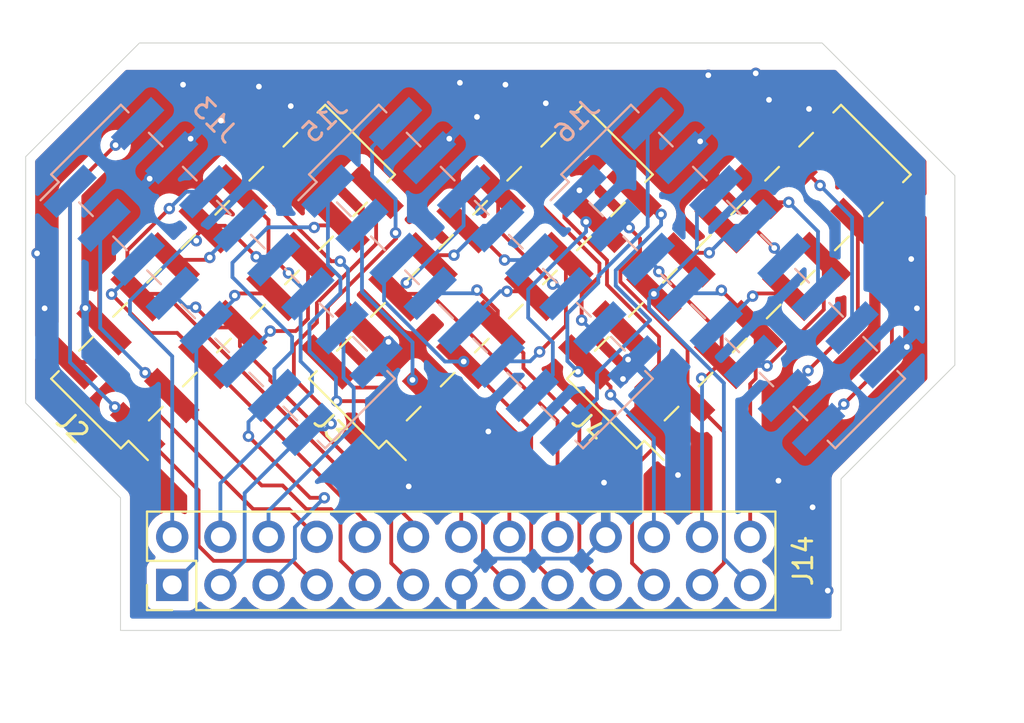
<source format=kicad_pcb>
(kicad_pcb (version 20240108) (generator "pcbnew") (generator_version "8.0")
  (layers (0 "F.Cu" signal) (31 "B.Cu" signal) (34 "B.Paste" user) (35 "F.Paste" user) (36 "B.SilkS" user "B.Silkscreen") (37 "F.SilkS" user "F.Silkscreen") (38 "B.Mask" user) (39 "F.Mask" user) (44 "Edge.Cuts" user))
  (net 0 "")
  (net 1 "GND")
  (net 2 "/D3_6")
  (net 3 "/D3_3")
  (net 4 "/D3_4")
  (net 5 "/D3_2")
  (net 6 "/D3_1")
  (net 7 "/D2_6")
  (net 8 "/D2_5")
  (net 9 "/D3_5")
  (net 10 "/D2_2")
  (net 11 "/D2_3")
  (net 12 "/D2_4")
  (net 13 "/D2_1")
  (net 14 "/CM_STB_N1")
  (net 15 "/D1_4")
  (net 16 "/D1_6")
  (net 17 "/D1_5")
  (net 18 "/CM_A_N5")
  (net 19 "/D1_1")
  (net 20 "/D1_3")
  (net 21 "/CM_C_P3")
  (net 22 "/CM_CLK_M3")
  (net 23 "/D1_2")
  (net 24 "/CM_E_N4")
  (net 25 "/CM_OE_M4")
  (net 26 "/CM_D_P4")
  (net 27 "/CM_B_N3")
  (net 28 "Net-(J15-Pin_15)")
  (net 29 "Net-(J15-Pin_10)")
  (net 30 "Net-(J15-Pin_13)")
  (net 31 "Net-(J15-Pin_14)")
  (net 32 "Net-(J15-Pin_12)")
  (net 33 "Net-(J15-Pin_9)")
  (net 34 "Net-(J15-Pin_11)")
  (net 35 "Net-(J15-Pin_8)")
  (net 36 "Net-(J16-Pin_13)")
  (net 37 "Net-(J16-Pin_15)")
  (net 38 "Net-(J16-Pin_11)")
  (net 39 "Net-(J16-Pin_10)")
  (net 40 "Net-(J16-Pin_9)")
  (net 41 "Net-(J16-Pin_14)")
  (net 42 "Net-(J16-Pin_8)")
  (net 43 "Net-(J16-Pin_12)")
  (footprint "Connector_PinHeader_2.54mm:PinHeader_2x08_P2.54mm_Vertical_SMD" (layer "F.Cu") (at 120.41 69.33 135)
    (property "Reference" "J2")
    (property "Value" "Conn_02x08_Odd_Even")
  )
  (footprint "Connector_PinHeader_2.54mm:PinHeader_2x13_P2.54mm_Vertical" (layer "F.Cu") (at 117.729 85.598 90)
    (property "Reference" "J14")
    (property "Value" "Conn_02x13_Odd_Even")
  )
  (footprint "Connector_PinHeader_2.54mm:PinHeader_2x08_P2.54mm_Vertical_SMD" (layer "F.Cu") (at 147.61 69.33 135)
    (property "Reference" "J4")
    (property "Value" "Conn_02x08_Odd_Even")
  )
  (footprint "Connector_PinHeader_2.54mm:PinHeader_2x08_P2.54mm_Vertical_SMD" (layer "F.Cu") (at 134.01 69.33 135)
    (property "Reference" "J3")
    (property "Value" "Conn_02x08_Odd_Even")
  )
  (footprint "Connector_PinSocket_2.54mm:PinSocket_2x08_P2.54mm_Vertical_SMD" (layer "B.Cu") (at 134.008088 69.32427 -135)
    (property "Reference" "J15")
    (property "Value" "Conn_02x08_Odd_Even")
  )
  (footprint "Connector_PinSocket_2.54mm:PinSocket_2x08_P2.54mm_Vertical_SMD" (layer "B.Cu") (at 147.308088 69.32427 -135)
    (property "Reference" "J16")
    (property "Value" "Conn_02x08_Odd_Even" (hide yes))
  )
  (footprint "Connector_PinSocket_2.54mm:PinSocket_2x08_P2.54mm_Vertical_SMD" (layer "B.Cu") (at 120.408088 69.32427 -135)
    (property "Reference" "J13")
    (property "Value" "Conn_02x08_Odd_Even")
  )
  (gr_poly (pts (xy 116 57) (xy 152 57) (xy 159 64) (xy 159 74) (xy 153 80) (xy 153 88) (xy 115 88) (xy 115 81) (xy 110 76) (xy 110 63)) (stroke (width 0.05)) (fill none) (layer "Edge.Cuts"))
  (segment (start 113.881316 71.781572) (end 113.881316 66.818684) (width 0.2) (layer "F.Cu") (net 1))
  (segment (start 114.134427 72.034683) (end 113.881316 71.781572) (width 0.2) (layer "F.Cu") (net 1))
  (segment (start 113.881316 66.818684) (end 116.54 64.16) (width 0.2) (layer "F.Cu") (net 1))
  (via (at 140.5 80.2) (size 0.6) (drill 0.3) (layers "F.Cu" "B.Cu") (net 1))
  (via (at 134.4 77.5) (size 0.6) (drill 0.3) (layers "F.Cu" "B.Cu") (net 1))
  (via (at 118.7 62.05) (size 0.6) (drill 0.3) (layers "F.Cu" "B.Cu") (net 1))
  (via (at 137.43 60.18) (size 0.6) (drill 0.3) (layers "F.Cu" "B.Cu") (net 1))
  (via (at 133.8 60.9) (size 0.6) (drill 0.3) (layers "F.Cu" "B.Cu") (net 1))
  (via (at 141.768814 73.704569) (size 0.6) (drill 0.3) (layers "F.Cu" "B.Cu") (net 1))
  (via (at 110.6 68.1) (size 0.6) (drill 0.3) (layers "F.Cu" "B.Cu") (net 1))
  (via (at 156.7 68.4) (size 0.6) (drill 0.3) (layers "F.Cu" "B.Cu") (net 1))
  (via (at 152.3 85.9) (size 0.6) (drill 0.3) (layers "F.Cu" "B.Cu") (net 1))
  (via (at 151.31 60.48) (size 0.6) (drill 0.3) (layers "F.Cu" "B.Cu") (net 1))
  (via (at 157 71) (size 0.6) (drill 0.3) (layers "F.Cu" "B.Cu") (net 1))
  (via (at 118.3 59.2) (size 0.6) (drill 0.3) (layers "F.Cu" "B.Cu") (net 1))
  (via (at 149.7 80.1) (size 0.6) (drill 0.3) (layers "F.Cu" "B.Cu") (net 1))
  (via (at 132.34 62.05) (size 0.6) (drill 0.3) (layers "F.Cu" "B.Cu") (net 1))
  (via (at 130.2 80.4) (size 0.6) (drill 0.3) (layers "F.Cu" "B.Cu") (net 1))
  (via (at 111 71) (size 0.6) (drill 0.3) (layers "F.Cu" "B.Cu") (net 1))
  (via (at 113.15 70.99) (size 0.6) (drill 0.3) (layers "F.Cu" "B.Cu") (net 1))
  (via (at 148.5 58.6) (size 0.6) (drill 0.3) (layers "F.Cu" "B.Cu") (net 1))
  (via (at 151.5 81.5) (size 0.6) (drill 0.3) (layers "F.Cu" "B.Cu") (net 1))
  (via (at 123.98 60.33) (size 0.6) (drill 0.3) (layers "F.Cu" "B.Cu") (net 1))
  (via (at 149.2 60) (size 0.6) (drill 0.3) (layers "F.Cu" "B.Cu") (net 1))
  (via (at 135.3 59.2) (size 0.6) (drill 0.3) (layers "F.Cu" "B.Cu") (net 1))
  (via (at 116.54 64.16) (size 0.6) (drill 0.3) (layers "F.Cu" "B.Cu") (net 1))
  (via (at 146 58.7) (size 0.6) (drill 0.3) (layers "F.Cu" "B.Cu") (net 1))
  (via (at 144.4 79.8) (size 0.6) (drill 0.3) (layers "F.Cu" "B.Cu") (net 1))
  (via (at 141.5 74.73) (size 0.6) (drill 0.3) (layers "F.Cu" "B.Cu") (net 1))
  (via (at 156.47 73.04) (size 0.6) (drill 0.3) (layers "F.Cu" "B.Cu") (net 1))
  (via (at 132.9 59.1) (size 0.6) (drill 0.3) (layers "F.Cu" "B.Cu") (net 1))
  (via (at 145.57 62.19) (size 0.6) (drill 0.3) (layers "F.Cu" "B.Cu") (net 1))
  (via (at 120.3 61.1) (size 0.6) (drill 0.3) (layers "F.Cu" "B.Cu") (net 1))
  (via (at 122.3 59.3) (size 0.6) (drill 0.3) (layers "F.Cu" "B.Cu") (net 1))
  (via (at 129.13 72.77) (size 0.6) (drill 0.3) (layers "F.Cu" "B.Cu") (net 1))
  (segment (start 116.54 64.16) (end 116.592102 64.16) (width 0.2) (layer "B.Cu") (net 1))
  (segment (start 134.359 84.208) (end 139.439 84.208) (width 0.2) (layer "B.Cu") (net 1))
  (segment (start 116.592102 64.16) (end 117.699869 63.052233) (width 0.2) (layer "B.Cu") (net 1))
  (segment (start 139.439 84.208) (end 140.589 83.058) (width 0.2) (layer "B.Cu") (net 1))
  (segment (start 132.969 85.598) (end 134.359 84.208) (width 0.2) (layer "B.Cu") (net 1))
  (segment (start 148.209 74.998838) (end 148.209 83.058) (width 0.2) (layer "F.Cu") (net 2))
  (segment (start 148.497419 71.857419) (end 146.69 70.05) (width 0.2) (layer "F.Cu") (net 2))
  (segment (start 148.497419 72.01347) (end 148.497419 74.710419) (width 0.2) (layer "F.Cu") (net 2))
  (segment (start 148.497419 72.01347) (end 148.497419 71.857419) (width 0.2) (layer "F.Cu") (net 2))
  (segment (start 148.497419 74.710419) (end 148.209 74.998838) (width 0.2) (layer "F.Cu") (net 2))
  (via (at 146.69 70.05) (size 0.6) (drill 0.3) (layers "F.Cu" "B.Cu") (net 2))
  (segment (start 146.531847 70.208153) (end 144.628153 70.208153) (width 0.2) (layer "B.Cu") (net 2))
  (segment (start 146.69 70.05) (end 146.531847 70.208153) (width 0.2) (layer "B.Cu") (net 2))
  (segment (start 142.4 67.32) (end 142.4 68) (width 0.2) (layer "F.Cu") (net 3))
  (segment (start 144.905317 73.144842) (end 144.905317 75.605573) (width 0.2) (layer "F.Cu") (net 3))
  (segment (start 146.819 77.519256) (end 144.905317 75.605573) (width 0.2) (layer "F.Cu") (net 3))
  (segment (start 141.363232 69.036768) (end 141.363232 69.602757) (width 0.2) (layer "F.Cu") (net 3))
  (segment (start 145.668999 85.598) (end 146.819 84.447999) (width 0.2) (layer "F.Cu") (net 3))
  (segment (start 141.826537 66.746537) (end 142.4 67.32) (width 0.2) (layer "F.Cu") (net 3))
  (segment (start 142.4 68) (end 141.363232 69.036768) (width 0.2) (layer "F.Cu") (net 3))
  (segment (start 146.819 84.447999) (end 146.819 77.519256) (width 0.2) (layer "F.Cu") (net 3))
  (segment (start 141.363232 69.602757) (end 144.905317 73.144842) (width 0.2) (layer "F.Cu") (net 3))
  (via (at 141.826537 66.746537) (size 0.6) (drill 0.3) (layers "F.Cu" "B.Cu") (net 3))
  (segment (start 141.166537 66.746537) (end 141.826537 66.746537) (width 0.2) (layer "B.Cu") (net 3))
  (segment (start 141.036051 66.616051) (end 141.166537 66.746537) (width 0.2) (layer "B.Cu") (net 3))
  (segment (start 145.819418 74.691471) (end 145.646646 74.691471) (width 0.2) (layer "F.Cu") (net 4))
  (segment (start 146.701368 73.809521) (end 146.701368 72.370606) (width 0.2) (layer "F.Cu") (net 4))
  (segment (start 146.701368 73.809521) (end 145.819418 74.691471) (width 0.2) (layer "F.Cu") (net 4))
  (segment (start 146.701368 72.370606) (end 143.390317 69.059555) (width 0.2) (layer "F.Cu") (net 4))
  (via (at 143.390317 69.059555) (size 0.6) (drill 0.3) (layers "F.Cu" "B.Cu") (net 4))
  (via (at 145.646646 74.691471) (size 0.6) (drill 0.3) (layers "F.Cu" "B.Cu") (net 4))
  (segment (start 143.390317 68.970317) (end 143.390317 69.059555) (width 0.2) (layer "B.Cu") (net 4))
  (segment (start 145.669 74.713825) (end 145.646646 74.691471) (width 0.2) (layer "B.Cu") (net 4))
  (segment (start 145.669 83.058) (end 145.669 74.713825) (width 0.2) (layer "B.Cu") (net 4))
  (segment (start 142.832102 68.412102) (end 143.390317 68.970317) (width 0.2) (layer "B.Cu") (net 4))
  (segment (start 140.843 75.565) (end 140.843 75.135359) (width 0.2) (layer "F.Cu") (net 5))
  (segment (start 140.843 75.135359) (end 139.538376 73.830735) (width 0.2) (layer "F.Cu") (net 5))
  (via (at 139.127798 74.344988) (size 0.6) (drill 0.3) (layers "F.Cu" "B.Cu") (net 5))
  (via (at 140.843 75.565) (size 0.6) (drill 0.3) (layers "F.Cu" "B.Cu") (net 5))
  (segment (start 143.129 83.058) (end 143.129 77.851) (width 0.2) (layer "B.Cu") (net 5))
  (segment (start 138.565911 71.285973) (end 140.198288 69.653596) (width 0.2) (layer "B.Cu") (net 5))
  (segment (start 143.129 77.851) (end 140.843 75.565) (width 0.2) (layer "B.Cu") (net 5))
  (segment (start 139.127798 74.344988) (end 138.565911 73.783101) (width 0.2) (layer "B.Cu") (net 5))
  (segment (start 138.565911 73.783101) (end 138.565911 71.285973) (width 0.2) (layer "B.Cu") (net 5))
  (segment (start 142.803818 66.688496) (end 142.803818 61.256182) (width 0.2) (layer "B.Cu") (net 5))
  (segment (start 140.198288 69.653596) (end 140.198288 69.294026) (width 0.2) (layer "B.Cu") (net 5))
  (segment (start 140.198288 69.294026) (end 142.803818 66.688496) (width 0.2) (layer "B.Cu") (net 5))
  (segment (start 143.4 74) (end 142.2 75.2) (width 0.2) (layer "F.Cu") (net 6))
  (segment (start 140.656768 69.756768) (end 143.4 72.5) (width 0.2) (layer "F.Cu") (net 6))
  (segment (start 140.656768 68.463082) (end 140.656768 69.756768) (width 0.2) (layer "F.Cu") (net 6))
  (segment (start 142.2 75.2) (end 142.2 76.492359) (width 0.2) (layer "F.Cu") (net 6))
  (segment (start 143.4 72.5) (end 143.4 74) (width 0.2) (layer "F.Cu") (net 6))
  (segment (start 142.2 76.492359) (end 143.109265 77.401624) (width 0.2) (layer "F.Cu") (net 6))
  (segment (start 143.109265 78.378735) (end 141.979 79.509) (width 0.2) (layer "F.Cu") (net 6))
  (segment (start 139.202874 64.776028) (end 138.41 65.568902) (width 0.2) (layer "F.Cu") (net 6))
  (segment (start 141.979 79.509) (end 141.979 84.448) (width 0.2) (layer "F.Cu") (net 6))
  (segment (start 143.109265 77.401624) (end 143.109265 78.378735) (width 0.2) (layer "F.Cu") (net 6))
  (segment (start 141.979 84.448) (end 143.129 85.598) (width 0.2) (layer "F.Cu") (net 6))
  (segment (start 138.41 66.216314) (end 140.656768 68.463082) (width 0.2) (layer "F.Cu") (net 6))
  (segment (start 138.41 65.568902) (end 138.41 66.216314) (width 0.2) (layer "F.Cu") (net 6))
  (via (at 139.202874 64.776028) (size 0.6) (drill 0.3) (layers "F.Cu" "B.Cu") (net 6))
  (segment (start 140.589 85.598) (end 139.199 84.208) (width 0.2) (layer "F.Cu") (net 7))
  (segment (start 139.199 84.208) (end 139.199 77.099) (width 0.2) (layer "F.Cu") (net 7))
  (segment (start 136.25 73.366051) (end 134.897419 72.01347) (width 0.2) (layer "F.Cu") (net 7))
  (segment (start 134.897419 72.01347) (end 134.897419 71.137419) (width 0.2) (layer "F.Cu") (net 7))
  (segment (start 139.199 77.099) (end 136.25 74.15) (width 0.2) (layer "F.Cu") (net 7))
  (segment (start 134.897419 71.137419) (end 133.8 70.04) (width 0.2) (layer "F.Cu") (net 7))
  (segment (start 136.25 74.15) (end 136.25 73.366051) (width 0.2) (layer "F.Cu") (net 7))
  (via (at 133.8 70.04) (size 0.6) (drill 0.3) (layers "F.Cu" "B.Cu") (net 7))
  (segment (start 133.631847 70.208153) (end 131.328153 70.208153) (width 0.2) (layer "B.Cu") (net 7))
  (segment (start 133.8 70.04) (end 133.631847 70.208153) (width 0.2) (layer "B.Cu") (net 7))
  (segment (start 129.530479 70.238632) (end 131.338632 70.238632) (width 0.2) (layer "F.Cu") (net 8))
  (segment (start 130.07 69.699111) (end 129.530479 70.238632) (width 0.2) (layer "F.Cu") (net 8))
  (segment (start 130.07 69.66) (end 130.07 69.699111) (width 0.2) (layer "F.Cu") (net 8))
  (segment (start 138.049 76.949) (end 138.049 83.058) (width 0.2) (layer "F.Cu") (net 8))
  (segment (start 131.338632 70.238632) (end 138.049 76.949) (width 0.2) (layer "F.Cu") (net 8))
  (via (at 130.07 69.66) (size 0.6) (drill 0.3) (layers "F.Cu" "B.Cu") (net 8))
  (segment (start 133.09592 64.848284) (end 133.09592 66.63408) (width 0.2) (layer "B.Cu") (net 8))
  (segment (start 133.09592 66.63408) (end 130.07 69.66) (width 0.2) (layer "B.Cu") (net 8))
  (via (at 143.130479 70.238632) (size 0.6) (drill 0.3) (layers "F.Cu" "B.Cu") (net 9))
  (segment (start 142.875 70.494111) (end 142.875 71.000586) (width 0.2) (layer "B.Cu") (net 9))
  (segment (start 148.209 85.598) (end 146.819 84.208) (width 0.2) (layer "B.Cu") (net 9))
  (segment (start 145.4 67.969111) (end 143.130479 70.238632) (width 0.2) (layer "B.Cu") (net 9))
  (segment (start 143.130479 70.238632) (end 142.875 70.494111) (width 0.2) (layer "B.Cu") (net 9))
  (segment (start 145.4 65.844204) (end 145.4 67.969111) (width 0.2) (layer "B.Cu") (net 9))
  (segment (start 146.819 84.208) (end 146.819 74.944586) (width 0.2) (layer "B.Cu") (net 9))
  (segment (start 146.39592 64.848284) (end 145.4 65.844204) (width 0.2) (layer "B.Cu") (net 9))
  (segment (start 146.819 74.944586) (end 146.506042 74.631628) (width 0.2) (layer "B.Cu") (net 9))
  (segment (start 142.875 71.000586) (end 146.819 74.944586) (width 0.2) (layer "B.Cu") (net 9))
  (segment (start 125.938376 70.911624) (end 125.938376 73.830735) (width 0.2) (layer "F.Cu") (net 10))
  (segment (start 134.119 84.207999) (end 134.119 80.144) (width 0.2) (layer "F.Cu") (net 10))
  (segment (start 129.54 67.31) (end 125.938376 70.911624) (width 0.2) (layer "F.Cu") (net 10))
  (segment (start 129.54 67.056) (end 129.54 67.31) (width 0.2) (layer "F.Cu") (net 10))
  (segment (start 134.119 80.144) (end 129.159 75.184) (width 0.2) (layer "F.Cu") (net 10))
  (segment (start 127.291641 75.184) (end 125.938376 73.830735) (width 0.2) (layer "F.Cu") (net 10))
  (segment (start 129.159 75.184) (end 127.291641 75.184) (width 0.2) (layer "F.Cu") (net 10))
  (segment (start 129.506995 67.022995) (end 129.54 67.056) (width 0.2) (layer "F.Cu") (net 10))
  (segment (start 135.509001 85.598) (end 134.119 84.207999) (width 0.2) (layer "F.Cu") (net 10))
  (via (at 129.506995 67.022995) (size 0.6) (drill 0.3) (layers "F.Cu" "B.Cu") (net 10))
  (segment (start 128.27 64.008) (end 129.506995 65.244995) (width 0.2) (layer "B.Cu") (net 10))
  (segment (start 129.503818 61.256182) (end 128.27 62.49) (width 0.2) (layer "B.Cu") (net 10))
  (segment (start 129.503818 67.019818) (end 129.506995 67.022995) (width 0.2) (layer "B.Cu") (net 10))
  (segment (start 128.27 62.49) (end 128.27 64.008) (width 0.2) (layer "B.Cu") (net 10))
  (segment (start 129.506995 65.244995) (end 129.506995 67.022995) (width 0.2) (layer "B.Cu") (net 10))
  (segment (start 131.305317 75.605573) (end 131.225573 75.605573) (width 0.2) (layer "F.Cu") (net 11))
  (segment (start 131.225573 75.605573) (end 130.4 74.78) (width 0.2) (layer "F.Cu") (net 11))
  (segment (start 135.509 83.058) (end 135.509 79.809256) (width 0.2) (layer "F.Cu") (net 11))
  (segment (start 135.509 79.809256) (end 131.305317 75.605573) (width 0.2) (layer "F.Cu") (net 11))
  (via (at 130.4 74.78) (size 0.6) (drill 0.3) (layers "F.Cu" "B.Cu") (net 11))
  (segment (start 127.736051 70.136051) (end 127.736051 66.616051) (width 0.2) (layer "B.Cu") (net 11))
  (segment (start 130.4 74.78) (end 130.4 72.8) (width 0.2) (layer "B.Cu") (net 11))
  (segment (start 130.4 72.8) (end 127.736051 70.136051) (width 0.2) (layer "B.Cu") (net 11))
  (segment (start 136.659 77.367153) (end 133.101368 73.809521) (width 0.2) (layer "F.Cu") (net 12))
  (segment (start 136.659 84.208) (end 136.659 77.367153) (width 0.2) (layer "F.Cu") (net 12))
  (segment (start 138.049 85.598) (end 136.659 84.208) (width 0.2) (layer "F.Cu") (net 12))
  (via (at 133.101368 73.809521) (size 0.6) (drill 0.3) (layers "F.Cu" "B.Cu") (net 12))
  (segment (start 129.532102 68.412102) (end 128.9 69.044204) (width 0.2) (layer "B.Cu") (net 12))
  (segment (start 132.109521 73.809521) (end 133.101368 73.809521) (width 0.2) (layer "B.Cu") (net 12))
  (segment (start 128.9 70.6) (end 132.109521 73.809521) (width 0.2) (layer "B.Cu") (net 12))
  (segment (start 128.9 69.044204) (end 128.9 70.6) (width 0.2) (layer "B.Cu") (net 12))
  (segment (start 132.969 83.058) (end 132.969 80.861359) (width 0.2) (layer "F.Cu") (net 13))
  (segment (start 129.509265 77.401624) (end 129.401624 77.401624) (width 0.2) (layer "F.Cu") (net 13))
  (segment (start 127.9 75.9) (end 126.4 75.9) (width 0.2) (layer "F.Cu") (net 13))
  (segment (start 129.798376 77.401624) (end 129.8 77.4) (width 0.2) (layer "F.Cu") (net 13))
  (segment (start 129.401624 77.401624) (end 127.9 75.9) (width 0.2) (layer "F.Cu") (net 13))
  (segment (start 132.969 80.861359) (end 129.509265 77.401624) (width 0.2) (layer "F.Cu") (net 13))
  (segment (start 129.509265 77.401624) (end 129.798376 77.401624) (width 0.2) (layer "F.Cu") (net 13))
  (via (at 126.4 75.9) (size 0.6) (drill 0.3) (layers "F.Cu" "B.Cu") (net 13))
  (segment (start 125.94 68.715939) (end 126.598288 69.374227) (width 0.2) (layer "B.Cu") (net 13))
  (segment (start 124.965911 71.834089) (end 124.965911 73.265911) (width 0.2) (layer "B.Cu") (net 13))
  (segment (start 124.965911 73.265911) (end 126.361962 74.661962) (width 0.2) (layer "B.Cu") (net 13))
  (segment (start 126.598288 70.201712) (end 124.965911 71.834089) (width 0.2) (layer "B.Cu") (net 13))
  (segment (start 126.361962 74.661962) (end 126.361962 75.861962) (width 0.2) (layer "B.Cu") (net 13))
  (segment (start 126.361962 75.861962) (end 126.4 75.9) (width 0.2) (layer "B.Cu") (net 13))
  (segment (start 126.598288 69.374227) (end 126.598288 70.201712) (width 0.2) (layer "B.Cu") (net 13))
  (segment (start 125.94 64.82) (end 125.94 68.715939) (width 0.2) (layer "B.Cu") (net 13))
  (segment (start 126.115767 68.516242) (end 126.588832 68.516242) (width 0.2) (layer "F.Cu") (net 14))
  (segment (start 123.114683 65.515158) (end 126.115767 68.516242) (width 0.2) (layer "F.Cu") (net 14))
  (segment (start 123.114683 63.054427) (end 123.114683 65.515158) (width 0.2) (layer "F.Cu") (net 14))
  (via (at 126.588832 68.516242) (size 0.6) (drill 0.3) (layers "F.Cu" "B.Cu") (net 14))
  (segment (start 126.998288 68.925698) (end 126.588832 68.516242) (width 0.2) (layer "B.Cu") (net 14))
  (segment (start 126.761962 72.114326) (end 126.680125 72.032489) (width 0.2) (layer "B.Cu") (net 14))
  (segment (start 122.809 81.691) (end 127.3 77.2) (width 0.2) (layer "B.Cu") (net 14))
  (segment (start 122.809 83.058) (end 122.809 81.691) (width 0.2) (layer "B.Cu") (net 14))
  (segment (start 126.761962 74.659912) (end 126.761962 72.114326) (width 0.2) (layer "B.Cu") (net 14))
  (segment (start 127.3 75.19795) (end 127.3 77.2) (width 0.2) (layer "B.Cu") (net 14))
  (segment (start 126.998288 71.714326) (end 126.998288 68.925698) (width 0.2) (layer "B.Cu") (net 14))
  (segment (start 126.680125 72.032489) (end 126.998288 71.714326) (width 0.2) (layer "B.Cu") (net 14))
  (segment (start 126.761962 74.659912) (end 127.3 75.19795) (width 0.2) (layer "B.Cu") (net 14))
  (segment (start 119.509521 73.809521) (end 127.889 82.189) (width 0.2) (layer "F.Cu") (net 15))
  (segment (start 127.889 82.189) (end 127.889 83.058) (width 0.2) (layer "F.Cu") (net 15))
  (segment (start 119.501368 73.809521) (end 119.509521 73.809521) (width 0.2) (layer "F.Cu") (net 15))
  (segment (start 119.501368 73.809521) (end 117.991847 72.3) (width 0.2) (layer "F.Cu") (net 15))
  (segment (start 116.577632 72.3) (end 114.531316 70.253684) (width 0.2) (layer "F.Cu") (net 15))
  (segment (start 117.991847 72.3) (end 116.577632 72.3) (width 0.2) (layer "F.Cu") (net 15))
  (via (at 114.531316 70.253684) (size 0.6) (drill 0.3) (layers "F.Cu" "B.Cu") (net 15))
  (segment (start 114.531316 70.253684) (end 115.932102 68.852898) (width 0.2) (layer "B.Cu") (net 15))
  (segment (start 115.932102 68.852898) (end 115.932102 68.412102) (width 0.2) (layer "B.Cu") (net 15))
  (segment (start 121.297419 72.01347) (end 121.297419 72.997419) (width 0.2) (layer "F.Cu") (net 16))
  (segment (start 121.297419 72.01347) (end 120.032709 72.01347) (width 0.2) (layer "F.Cu") (net 16))
  (segment (start 121.297419 72.997419) (end 122.9 74.6) (width 0.2) (layer "F.Cu") (net 16))
  (segment (start 122.9 74.8) (end 130.429 82.329) (width 0.2) (layer "F.Cu") (net 16))
  (segment (start 130.429 82.329) (end 130.429 83.058) (width 0.2) (layer "F.Cu") (net 16))
  (segment (start 122.9 74.6) (end 122.9 74.8) (width 0.2) (layer "F.Cu") (net 16))
  (segment (start 120.032709 72.01347) (end 118.96404 70.944801) (width 0.2) (layer "F.Cu") (net 16))
  (via (at 118.96404 70.944801) (size 0.6) (drill 0.3) (layers "F.Cu" "B.Cu") (net 16))
  (segment (start 117.728153 70.208153) (end 118.464801 70.944801) (width 0.2) (layer "B.Cu") (net 16))
  (segment (start 118.464801 70.944801) (end 118.96404 70.944801) (width 0.2) (layer "B.Cu") (net 16))
  (segment (start 115.364794 69.672947) (end 115.930479 70.238632) (width 0.2) (layer "F.Cu") (net 17))
  (segment (start 129.279 82.179) (end 117.338632 70.238632) (width 0.2) (layer "F.Cu") (net 17))
  (segment (start 130.429 85.598) (end 129.279 84.448) (width 0.2) (layer "F.Cu") (net 17))
  (segment (start 117.577436 65.739374) (end 115.364794 67.952016) (width 0.2) (layer "F.Cu") (net 17))
  (segment (start 117.338632 70.238632) (end 115.930479 70.238632) (width 0.2) (layer "F.Cu") (net 17))
  (segment (start 115.364794 67.952016) (end 115.364794 69.672947) (width 0.2) (layer "F.Cu") (net 17))
  (segment (start 129.279 84.448) (end 129.279 82.179) (width 0.2) (layer "F.Cu") (net 17))
  (via (at 117.577436 65.739374) (size 0.6) (drill 0.3) (layers "F.Cu" "B.Cu") (net 17))
  (segment (start 119.49592 64.848284) (end 118.468526 64.848284) (width 0.2) (layer "B.Cu") (net 17))
  (segment (start 118.468526 64.848284) (end 117.577436 65.739374) (width 0.2) (layer "B.Cu") (net 17))
  (segment (start 121.132581 70.217419) (end 121.024082 70.325918) (width 0.2) (layer "F.Cu") (net 18))
  (segment (start 123.09347 70.217419) (end 121.132581 70.217419) (width 0.2) (layer "F.Cu") (net 18))
  (via (at 121.024082 70.325918) (size 0.6) (drill 0.3) (layers "F.Cu" "B.Cu") (net 18))
  (segment (start 118.999 84.328) (end 118.999 72.52941) (width 0.2) (layer "B.Cu") (net 18))
  (segment (start 121.024082 70.504328) (end 119.524205 72.004205) (width 0.2) (layer "B.Cu") (net 18))
  (segment (start 117.729 85.598) (end 118.999 84.328) (width 0.2) (layer "B.Cu") (net 18))
  (segment (start 121.024082 70.325918) (end 121.024082 70.504328) (width 0.2) (layer "B.Cu") (net 18))
  (segment (start 118.999 72.52941) (end 119.524205 72.004205) (width 0.2) (layer "B.Cu") (net 18))
  (segment (start 114.717641 76.21) (end 115.909265 77.401624) (width 0.2) (layer "F.Cu") (net 19))
  (segment (start 119.912654 84.328) (end 124.079 84.328) (width 0.2) (layer "F.Cu") (net 19))
  (segment (start 115.909265 77.401624) (end 119.119 80.611359) (width 0.2) (layer "F.Cu") (net 19))
  (segment (start 124.079 84.328) (end 125.349 85.598) (width 0.2) (layer "F.Cu") (net 19))
  (segment (start 114.7 76.21) (end 114.717641 76.21) (width 0.2) (layer "F.Cu") (net 19))
  (segment (start 119.119 83.534346) (end 119.912654 84.328) (width 0.2) (layer "F.Cu") (net 19))
  (segment (start 119.119 80.611359) (end 119.119 83.534346) (width 0.2) (layer "F.Cu") (net 19))
  (via (at 114.7 76.21) (size 0.6) (drill 0.3) (layers "F.Cu" "B.Cu") (net 19))
  (segment (start 112.34 64.82) (end 112.34 73.85) (width 0.2) (layer "B.Cu") (net 19))
  (segment (start 112.34 73.85) (end 114.7 76.21) (width 0.2) (layer "B.Cu") (net 19))
  (segment (start 116.499744 74.4) (end 117.705317 75.605573) (width 0.2) (layer "F.Cu") (net 20))
  (segment (start 126.6 84.309) (end 127.889 85.598) (width 0.2) (layer "F.Cu") (net 20))
  (segment (start 122.45 80.35) (end 123.55 80.35) (width 0.2) (layer "F.Cu") (net 20))
  (segment (start 126.6 82.1) (end 126.6 84.309) (width 0.2) (layer "F.Cu") (net 20))
  (segment (start 126.1 81.6) (end 126.6 82.1) (width 0.2) (layer "F.Cu") (net 20))
  (segment (start 124.8 81.6) (end 126.1 81.6) (width 0.2) (layer "F.Cu") (net 20))
  (segment (start 116.3 74.4) (end 116.499744 74.4) (width 0.2) (layer "F.Cu") (net 20))
  (segment (start 117.705573 75.605573) (end 122.45 80.35) (width 0.2) (layer "F.Cu") (net 20))
  (segment (start 117.705317 75.605573) (end 117.705573 75.605573) (width 0.2) (layer "F.Cu") (net 20))
  (segment (start 123.55 80.35) (end 124.8 81.6) (width 0.2) (layer "F.Cu") (net 20))
  (via (at 116.3 74.4) (size 0.6) (drill 0.3) (layers "F.Cu" "B.Cu") (net 20))
  (segment (start 113.931316 66.820786) (end 113.931316 72.031316) (width 0.2) (layer "B.Cu") (net 20))
  (segment (start 114.136051 66.616051) (end 113.931316 66.820786) (width 0.2) (layer "B.Cu") (net 20))
  (segment (start 113.931316 72.031316) (end 116.3 74.4) (width 0.2) (layer "B.Cu") (net 20))
  (segment (start 122.899082 72.200918) (end 124.241556 72.200918) (width 0.2) (layer "F.Cu") (net 21))
  (segment (start 124.889521 68.421368) (end 124.889521 71.552953) (width 0.2) (layer "F.Cu") (net 21))
  (segment (start 124.241556 72.200918) (end 124.889521 71.552953) (width 0.2) (layer "F.Cu") (net 21))
  (segment (start 124.889521 71.552953) (end 124.721237 71.721237) (width 0.2) (layer "F.Cu") (net 21))
  (via (at 122.899082 72.200918) (size 0.6) (drill 0.3) (layers "F.Cu" "B.Cu") (net 21))
  (segment (start 121.320256 73.800256) (end 122.899082 72.22143) (width 0.2) (layer "B.Cu") (net 21))
  (segment (start 122.899082 72.22143) (end 122.899082 72.200918) (width 0.2) (layer "B.Cu") (net 21))
  (segment (start 126.685573 66.625317) (end 125.324142 66.625317) (width 0.2) (layer "F.Cu") (net 22))
  (segment (start 125 81) (end 125.75 81) (width 0.2) (layer "F.Cu") (net 22))
  (segment (start 125.324142 66.625317) (end 125.215546 66.733913) (width 0.2) (layer "F.Cu") (net 22))
  (segment (start 122.808999 85.808999) (end 123 86) (width 0.2) (layer "F.Cu") (net 22))
  (segment (start 121.75 77.75) (end 125 81) (width 0.2) (layer "F.Cu") (net 22))
  (segment (start 122.808999 85.598) (end 122.808999 85.808999) (width 0.2) (layer "F.Cu") (net 22))
  (via (at 121.75 77.75) (size 0.6) (drill 0.3) (layers "F.Cu" "B.Cu") (net 22))
  (via (at 125.75 81) (size 0.6) (drill 0.3) (layers "F.Cu" "B.Cu") (net 22))
  (via (at 125.215546 66.733913) (size 0.6) (drill 0.3) (layers "F.Cu" "B.Cu") (net 22))
  (segment (start 122.808999 85.598) (end 124.199 84.207999) (width 0.2) (layer "B.Cu") (net 22))
  (segment (start 125.207806 66.726173) (end 122.775298 66.726173) (width 0.2) (layer "B.Cu") (net 22))
  (segment (start 124.05 72.503307) (end 124.05 73.269239) (width 0.2) (layer "B.Cu") (net 22))
  (segment (start 124.199 84.207999) (end 124.199 82.551) (width 0.2) (layer "B.Cu") (net 22))
  (segment (start 125.215546 66.733913) (end 125.207806 66.726173) (width 0.2) (layer "B.Cu") (net 22))
  (segment (start 124.05 73.269239) (end 123.116307 74.202932) (width 0.2) (layer "B.Cu") (net 22))
  (segment (start 123.116307 74.202932) (end 123.116307 75.596307) (width 0.2) (layer "B.Cu") (net 22))
  (segment (start 122.775298 66.726173) (end 120.904 68.597471) (width 0.2) (layer "B.Cu") (net 22))
  (segment (start 121.75 77.75) (end 121.75 77) (width 0.2) (layer "B.Cu") (net 22))
  (segment (start 124.199 82.551) (end 125.75 81) (width 0.2) (layer "B.Cu") (net 22))
  (segment (start 120.904 68.597471) (end 120.904 69.357307) (width 0.2) (layer "B.Cu") (net 22))
  (segment (start 120.904 69.357307) (end 124.05 72.503307) (width 0.2) (layer "B.Cu") (net 22))
  (segment (start 123.116307 75.633693) (end 123.116307 75.596307) (width 0.2) (layer "B.Cu") (net 22))
  (segment (start 121.75 77) (end 123.116307 75.633693) (width 0.2) (layer "B.Cu") (net 22))
  (segment (start 122 81.6) (end 123.891 81.6) (width 0.2) (layer "F.Cu") (net 23))
  (segment (start 114.230735 73.830735) (end 122 81.6) (width 0.2) (layer "F.Cu") (net 23))
  (segment (start 112.338376 64.791624) (end 114.74 62.39) (width 0.2) (layer "F.Cu") (net 23))
  (segment (start 123.891 81.6) (end 125.349 83.058) (width 0.2) (layer "F.Cu") (net 23))
  (segment (start 112.338376 73.830735) (end 112.338376 64.791624) (width 0.2) (layer "F.Cu") (net 23))
  (segment (start 112.338376 73.830735) (end 114.230735 73.830735) (width 0.2) (layer "F.Cu") (net 23))
  (via (at 114.74 62.39) (size 0.6) (drill 0.3) (layers "F.Cu" "B.Cu") (net 23))
  (segment (start 114.74 62.39) (end 114.77 62.39) (width 0.2) (layer "B.Cu") (net 23))
  (segment (start 114.77 62.39) (end 115.903818 61.256182) (width 0.2) (layer "B.Cu") (net 23))
  (segment (start 117.72653 68.442581) (end 119.587419 68.442581) (width 0.2) (layer "F.Cu") (net 24))
  (segment (start 119.587419 68.442581) (end 119.71 68.32) (width 0.2) (layer "F.Cu") (net 24))
  (via (at 119.71 68.32) (size 0.6) (drill 0.3) (layers "F.Cu" "B.Cu") (net 24))
  (segment (start 119.71 68.32) (end 119.71 68.226306) (width 0.2) (layer "B.Cu") (net 24))
  (segment (start 119.71 68.226306) (end 121.291971 66.644335) (width 0.2) (layer "B.Cu") (net 24))
  (segment (start 125.36 71.757459) (end 124.144452 72.973007) (width 0.2) (layer "F.Cu") (net 25))
  (segment (start 124.144452 72.973007) (end 124.144452 74.7) (width 0.2) (layer "F.Cu") (net 25))
  (segment (start 126.107891 76.663439) (end 124.144452 74.7) (width 0.2) (layer "F.Cu") (net 25))
  (segment (start 125.36 70.728) (end 125.36 71.757459) (width 0.2) (layer "F.Cu") (net 25))
  (segment (start 126.107891 77.088651) (end 126.107891 76.663439) (width 0.2) (layer "F.Cu") (net 25))
  (segment (start 128.481624 67.606376) (end 125.36 70.728) (width 0.2) (layer "F.Cu") (net 25))
  (segment (start 128.481624 64.829265) (end 128.481624 67.606376) (width 0.2) (layer "F.Cu") (net 25))
  (via (at 126.107891 77.088651) (size 0.6) (drill 0.3) (layers "F.Cu" "B.Cu") (net 25))
  (segment (start 121.55 84.317) (end 120.269 85.598) (width 0.2) (layer "B.Cu") (net 25))
  (segment (start 124.912358 77.392358) (end 125.804184 77.392358) (width 0.2) (layer "B.Cu") (net 25))
  (segment (start 124.912358 77.392358) (end 124.907642 77.392358) (width 0.2) (layer "B.Cu") (net 25))
  (segment (start 121.55 80.75) (end 121.55 84.317) (width 0.2) (layer "B.Cu") (net 25))
  (segment (start 124.912358 77.392358) (end 124.912358 76.906358) (width 0.2) (layer "B.Cu") (net 25))
  (segment (start 125.804184 77.392358) (end 126.107891 77.088651) (width 0.2) (layer "B.Cu") (net 25))
  (segment (start 124.907642 77.392358) (end 121.55 80.75) (width 0.2) (layer "B.Cu") (net 25))
  (segment (start 123.86 69.14) (end 122.807511 68.087511) (width 0.2) (layer "F.Cu") (net 26))
  (segment (start 122.807511 66.339358) (end 121.318632 64.850479) (width 0.2) (layer "F.Cu") (net 26))
  (segment (start 122.807511 68.087511) (end 122.807511 66.339358) (width 0.2) (layer "F.Cu") (net 26))
  (via (at 123.86 69.14) (size 0.6) (drill 0.3) (layers "F.Cu" "B.Cu") (net 26))
  (segment (start 124.5 70.620512) (end 124.5 73.8) (width 0.2) (layer "B.Cu") (net 26))
  (segment (start 124.149511 69.501875) (end 124.884074 70.236438) (width 0.2) (layer "B.Cu") (net 26))
  (segment (start 124.5 73.8) (end 125.1 74.4) (width 0.2) (layer "B.Cu") (net 26))
  (segment (start 125.1 74.4) (end 125.1 75.4) (width 0.2) (layer "B.Cu") (net 26))
  (segment (start 123.86 69.14) (end 124.149511 69.501875) (width 0.2) (layer "B.Cu") (net 26))
  (segment (start 125.1 75.4) (end 120.269 80.231) (width 0.2) (layer "B.Cu") (net 26))
  (segment (start 120.269 80.231) (end 120.269 83.058) (width 0.2) (layer "B.Cu") (net 26))
  (segment (start 124.884074 70.236438) (end 124.5 70.620512) (width 0.2) (layer "B.Cu") (net 26))
  (segment (start 118.999 67.437) (end 118.999 67.170111) (width 0.2) (layer "F.Cu") (net 27))
  (segment (start 118.999 67.170111) (end 119.522581 66.64653) (width 0.2) (layer "F.Cu") (net 27))
  (segment (start 120.521938 66.64653) (end 122.157511 68.282103) (width 0.2) (layer "F.Cu") (net 27))
  (segment (start 119.522581 66.64653) (end 120.521938 66.64653) (width 0.2) (layer "F.Cu") (net 27))
  (via (at 118.999 67.437) (size 0.6) (drill 0.3) (layers "F.Cu" "B.Cu") (net 27))
  (via (at 122.157511 68.282103) (size 0.6) (drill 0.3) (layers "F.Cu" "B.Cu") (net 27))
  (segment (start 118.999 67.437) (end 118.663 67.437) (width 0.2) (layer "B.Cu") (net 27))
  (segment (start 118.663 67.437) (end 115.5 70.6) (width 0.2) (layer "B.Cu") (net 27))
  (segment (start 115.5 71.304) (end 117.729 73.533) (width 0.2) (layer "B.Cu") (net 27))
  (segment (start 117.729 73.533) (end 117.729 83.058) (width 0.2) (layer "B.Cu") (net 27))
  (segment (start 122.929739 68.282103) (end 123.088023 68.440387) (width 0.2) (layer "B.Cu") (net 27))
  (segment (start 122.157511 68.282103) (end 122.929739 68.282103) (width 0.2) (layer "B.Cu") (net 27))
  (segment (start 115.5 70.6) (end 115.5 71.304) (width 0.2) (layer "B.Cu") (net 27))
  (segment (start 143.292359 66.04) (end 142.081624 64.829265) (width 0.2) (layer "F.Cu") (net 28))
  (segment (start 143.51 66.04) (end 143.292359 66.04) (width 0.2) (layer "F.Cu") (net 28))
  (via (at 143.51 66.04) (size 0.6) (drill 0.3) (layers "F.Cu" "B.Cu") (net 28))
  (segment (start 140.128097 75.776619) (end 140.128097 74.426047) (width 0.2) (layer "B.Cu") (net 28))
  (segment (start 140.128097 74.426047) (end 142.931436 71.622708) (width 0.2) (layer "B.Cu") (net 28))
  (segment (start 143.51 66.602832) (end 143.51 66.04) (width 0.2) (layer "B.Cu") (net 28))
  (segment (start 141.117888 68.994944) (end 143.51 66.602832) (width 0.2) (layer "B.Cu") (net 28))
  (segment (start 142.931436 71.622708) (end 141.117888 69.80916) (width 0.2) (layer "B.Cu") (net 28))
  (segment (start 138.512358 77.392358) (end 140.128097 75.776619) (width 0.2) (layer "B.Cu") (net 28))
  (segment (start 141.117888 69.80916) (end 141.117888 68.994944) (width 0.2) (layer "B.Cu") (net 28))
  (segment (start 133.122581 66.64653) (end 133.44853 66.64653) (width 0.2) (layer "F.Cu") (net 29))
  (segment (start 133.44853 66.64653) (end 135.255 68.453) (width 0.2) (layer "F.Cu") (net 29))
  (via (at 135.255 68.453) (size 0.6) (drill 0.3) (layers "F.Cu" "B.Cu") (net 29))
  (segment (start 135.255 68.453) (end 136.67541 68.453) (width 0.2) (layer "B.Cu") (net 29))
  (segment (start 136.67541 68.453) (end 136.688023 68.440387) (width 0.2) (layer "B.Cu") (net 29))
  (segment (start 139.738243 66.625317) (end 139.553463 66.440537) (width 0.2) (layer "F.Cu") (net 30))
  (segment (start 140.285573 66.625317) (end 139.738243 66.625317) (width 0.2) (layer "F.Cu") (net 30))
  (via (at 139.553463 66.440537) (size 0.6) (drill 0.3) (layers "F.Cu" "B.Cu") (net 30))
  (segment (start 139.553463 66.956123) (end 139.553463 66.440537) (width 0.2) (layer "B.Cu") (net 30))
  (segment (start 136.5 70.009586) (end 139.553463 66.956123) (width 0.2) (layer "B.Cu") (net 30))
  (segment (start 136.716307 75.596307) (end 137.8 74.512614) (width 0.2) (layer "B.Cu") (net 30))
  (segment (start 137.8 72.8) (end 136.5 71.5) (width 0.2) (layer "B.Cu") (net 30))
  (segment (start 137.8 74.512614) (end 137.8 72.8) (width 0.2) (layer "B.Cu") (net 30))
  (segment (start 136.5 71.5) (end 136.5 70.009586) (width 0.2) (layer "B.Cu") (net 30))
  (segment (start 140.256768 69.305773) (end 140.256768 68.628768) (width 0.2) (layer "F.Cu") (net 31))
  (segment (start 139.319 70.243541) (end 140.256768 69.305773) (width 0.2) (layer "F.Cu") (net 31))
  (segment (start 140.256768 68.628768) (end 136.714683 65.086683) (width 0.2) (layer "F.Cu") (net 31))
  (segment (start 139.319 71.628) (end 139.319 70.243541) (width 0.2) (layer "F.Cu") (net 31))
  (segment (start 136.714683 65.086683) (end 136.714683 63.054427) (width 0.2) (layer "F.Cu") (net 31))
  (via (at 139.319 71.628) (size 0.6) (drill 0.3) (layers "F.Cu" "B.Cu") (net 31))
  (segment (start 140.280125 72.032489) (end 139.723489 72.032489) (width 0.2) (layer "B.Cu") (net 31))
  (segment (start 139.723489 72.032489) (end 139.319 71.628) (width 0.2) (layer "B.Cu") (net 31))
  (segment (start 134.918632 64.850479) (end 134.918632 66.846632) (width 0.2) (layer "F.Cu") (net 32))
  (segment (start 134.918632 66.846632) (end 137.795 69.723) (width 0.2) (layer "F.Cu") (net 32))
  (via (at 137.795 69.723) (size 0.6) (drill 0.3) (layers "F.Cu" "B.Cu") (net 32))
  (segment (start 137.795 69.723) (end 137.970636 69.723) (width 0.2) (layer "B.Cu") (net 32))
  (segment (start 137.970636 69.723) (end 138.484074 70.236438) (width 0.2) (layer "B.Cu") (net 32))
  (segment (start 136.580051 70.104) (end 136.69347 70.217419) (width 0.2) (layer "F.Cu") (net 33))
  (segment (start 135.382 70.104) (end 136.580051 70.104) (width 0.2) (layer "F.Cu") (net 33))
  (via (at 135.382 70.104) (size 0.6) (drill 0.3) (layers "F.Cu" "B.Cu") (net 33))
  (segment (start 133.124205 72.004205) (end 135.02441 70.104) (width 0.2) (layer "B.Cu") (net 33))
  (segment (start 135.02441 70.104) (end 135.382 70.104) (width 0.2) (layer "B.Cu") (net 33))
  (segment (start 138.489521 71.910479) (end 137.101594 73.298406) (width 0.2) (layer "F.Cu") (net 34))
  (segment (start 138.489521 71.3) (end 138.489521 68.421368) (width 0.2) (layer "F.Cu") (net 34))
  (segment (start 138.489521 71.3) (end 138.489521 71.910479) (width 0.2) (layer "F.Cu") (net 34))
  (via (at 137.101594 73.298406) (size 0.6) (drill 0.3) (layers "F.Cu" "B.Cu") (net 34))
  (segment (start 136.599744 73.800256) (end 137.101594 73.298406) (width 0.2) (layer "B.Cu") (net 34))
  (segment (start 135.161 74.041) (end 134.920256 73.800256) (width 0.2) (layer "B.Cu") (net 34))
  (segment (start 134.920256 73.800256) (end 136.599744 73.800256) (width 0.2) (layer "B.Cu") (net 34))
  (segment (start 132.588 68.199) (end 131.570111 68.199) (width 0.2) (layer "F.Cu") (net 35))
  (segment (start 131.570111 68.199) (end 131.32653 68.442581) (width 0.2) (layer "F.Cu") (net 35))
  (via (at 132.588 68.199) (size 0.6) (drill 0.3) (layers "F.Cu" "B.Cu") (net 35))
  (segment (start 134.891971 66.644335) (end 134.142665 66.644335) (width 0.2) (layer "B.Cu") (net 35))
  (segment (start 134.142665 66.644335) (end 132.588 68.199) (width 0.2) (layer "B.Cu") (net 35))
  (segment (start 153.885573 71.666427) (end 151.257 74.295) (width 0.2) (layer "F.Cu") (net 36))
  (segment (start 153.885573 66.625317) (end 153.885573 71.666427) (width 0.2) (layer "F.Cu") (net 36))
  (via (at 151.257 74.295) (size 0.6) (drill 0.3) (layers "F.Cu" "B.Cu") (net 36))
  (segment (start 151.257 74.295) (end 151.257 74.355614) (width 0.2) (layer "B.Cu") (net 36))
  (segment (start 151.257 74.355614) (end 150.016307 75.596307) (width 0.2) (layer "B.Cu") (net 36))
  (segment (start 155.681624 73.523092) (end 155.681624 64.829265) (width 0.2) (layer "F.Cu") (net 37))
  (segment (start 153.146858 76.057858) (end 155.681624 73.523092) (width 0.2) (layer "F.Cu") (net 37))
  (via (at 153.146858 76.057858) (size 0.6) (drill 0.3) (layers "F.Cu" "B.Cu") (net 37))
  (segment (start 151.812358 77.392358) (end 153.146858 76.057858) (width 0.2) (layer "B.Cu") (net 37))
  (segment (start 149.121541 74.041) (end 149.098 74.041) (width 0.2) (layer "F.Cu") (net 38))
  (segment (start 152.089521 71.07302) (end 149.121541 74.041) (width 0.2) (layer "F.Cu") (net 38))
  (segment (start 152.089521 68.421368) (end 152.089521 71.07302) (width 0.2) (layer "F.Cu") (net 38))
  (via (at 149.098 74.041) (size 0.6) (drill 0.3) (layers "F.Cu" "B.Cu") (net 38))
  (segment (start 148.461 74.041) (end 148.220256 73.800256) (width 0.2) (layer "B.Cu") (net 38))
  (segment (start 149.098 74.041) (end 148.461 74.041) (width 0.2) (layer "B.Cu") (net 38))
  (segment (start 148.30753 66.64653) (end 149.479 67.818) (width 0.2) (layer "F.Cu") (net 39))
  (segment (start 146.722581 66.64653) (end 148.30753 66.64653) (width 0.2) (layer "F.Cu") (net 39))
  (via (at 149.479 67.818) (size 0.6) (drill 0.3) (layers "F.Cu" "B.Cu") (net 39))
  (segment (start 149.479 67.931364) (end 149.988023 68.440387) (width 0.2) (layer "B.Cu") (net 39))
  (segment (start 149.479 67.818) (end 149.479 67.931364) (width 0.2) (layer "B.Cu") (net 39))
  (segment (start 150.29347 70.217419) (end 148.476581 70.217419) (width 0.2) (layer "F.Cu") (net 40))
  (segment (start 148.476581 70.217419) (end 148.336 70.358) (width 0.2) (layer "F.Cu") (net 40))
  (via (at 148.336 70.358) (size 0.6) (drill 0.3) (layers "F.Cu" "B.Cu") (net 40))
  (segment (start 146.689795 72.004205) (end 146.424205 72.004205) (width 0.2) (layer "B.Cu") (net 40))
  (segment (start 148.336 70.358) (end 146.689795 72.004205) (width 0.2) (layer "B.Cu") (net 40))
  (segment (start 150.430427 63.054427) (end 151.892 64.516) (width 0.2) (layer "F.Cu") (net 41))
  (segment (start 150.314683 63.054427) (end 150.430427 63.054427) (width 0.2) (layer "F.Cu") (net 41))
  (via (at 151.892 64.516) (size 0.6) (drill 0.3) (layers "F.Cu" "B.Cu") (net 41))
  (segment (start 151.892 64.516) (end 153.580125 66.204125) (width 0.2) (layer "B.Cu") (net 41))
  (segment (start 153.580125 66.204125) (end 153.580125 72.032489) (width 0.2) (layer "B.Cu") (net 41))
  (segment (start 146.05 68.072) (end 145.297111 68.072) (width 0.2) (layer "F.Cu") (net 42))
  (segment (start 145.297111 68.072) (end 144.92653 68.442581) (width 0.2) (layer "F.Cu") (net 42))
  (via (at 146.05 68.072) (size 0.6) (drill 0.3) (layers "F.Cu" "B.Cu") (net 42))
  (segment (start 148.191971 66.644335) (end 147.477665 66.644335) (width 0.2) (layer "B.Cu") (net 42))
  (segment (start 147.477665 66.644335) (end 146.05 68.072) (width 0.2) (layer "B.Cu") (net 42))
  (segment (start 149.073153 65.405) (end 148.518632 64.850479) (width 0.2) (layer "F.Cu") (net 43))
  (segment (start 150.241 65.405) (end 149.073153 65.405) (width 0.2) (layer "F.Cu") (net 43))
  (via (at 150.241 65.405) (size 0.6) (drill 0.3) (layers "F.Cu" "B.Cu") (net 43))
  (segment (start 151.784074 66.948074) (end 150.241 65.405) (width 0.2) (layer "B.Cu") (net 43))
  (segment (start 151.784074 70.236438) (end 151.784074 66.948074) (width 0.2) (layer "B.Cu") (net 43))
  (zone (net 1) (net_name "GND") (layer "F.Cu") (connect_pads (clearance 0.5)) (min_thickness 0.25) (fill yes (thermal_gap 0.5) (thermal_bridge_width 0.5))
    (polygon (pts (xy 157.48 58.42) (xy 157.607 87.249) (xy 109.347 87.249) (xy 109.22 58.42)))
  )
  (zone (net 1) (net_name "GND") (layer "B.Cu") (connect_pads (clearance 0.5)) (min_thickness 0.25) (fill yes (thermal_gap 0.5) (thermal_bridge_width 0.5))
    (polygon (pts (xy 157.48 58.42) (xy 157.353 87.376) (xy 109.093 87.376) (xy 109.22 58.42)))
  )
)
</source>
